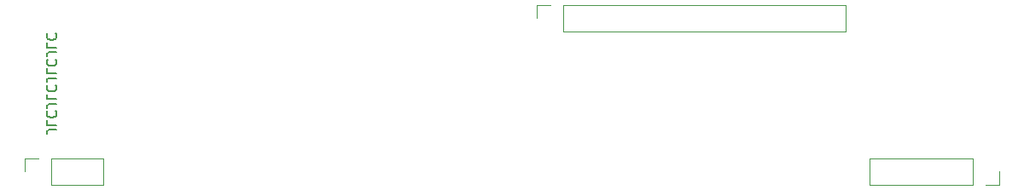
<source format=gbr>
%TF.GenerationSoftware,KiCad,Pcbnew,(6.0.0-0)*%
%TF.CreationDate,2022-07-05T22:02:20-04:00*%
%TF.ProjectId,Comparator,436f6d70-6172-4617-946f-722e6b696361,rev?*%
%TF.SameCoordinates,Original*%
%TF.FileFunction,Legend,Bot*%
%TF.FilePolarity,Positive*%
%FSLAX46Y46*%
G04 Gerber Fmt 4.6, Leading zero omitted, Abs format (unit mm)*
G04 Created by KiCad (PCBNEW (6.0.0-0)) date 2022-07-05 22:02:20*
%MOMM*%
%LPD*%
G01*
G04 APERTURE LIST*
%ADD10C,0.150000*%
%ADD11C,0.120000*%
G04 APERTURE END LIST*
D10*
X110529619Y-100768068D02*
X109815333Y-100768068D01*
X109672476Y-100815687D01*
X109577238Y-100910925D01*
X109529619Y-101053782D01*
X109529619Y-101149021D01*
X109529619Y-99815687D02*
X109529619Y-100291878D01*
X110529619Y-100291878D01*
X109624857Y-98910925D02*
X109577238Y-98958544D01*
X109529619Y-99101401D01*
X109529619Y-99196640D01*
X109577238Y-99339497D01*
X109672476Y-99434735D01*
X109767714Y-99482354D01*
X109958190Y-99529973D01*
X110101047Y-99529973D01*
X110291523Y-99482354D01*
X110386761Y-99434735D01*
X110482000Y-99339497D01*
X110529619Y-99196640D01*
X110529619Y-99101401D01*
X110482000Y-98958544D01*
X110434380Y-98910925D01*
X110529619Y-98196640D02*
X109815333Y-98196640D01*
X109672476Y-98244259D01*
X109577238Y-98339497D01*
X109529619Y-98482354D01*
X109529619Y-98577592D01*
X109529619Y-97244259D02*
X109529619Y-97720449D01*
X110529619Y-97720449D01*
X109624857Y-96339497D02*
X109577238Y-96387116D01*
X109529619Y-96529973D01*
X109529619Y-96625211D01*
X109577238Y-96768068D01*
X109672476Y-96863306D01*
X109767714Y-96910925D01*
X109958190Y-96958544D01*
X110101047Y-96958544D01*
X110291523Y-96910925D01*
X110386761Y-96863306D01*
X110482000Y-96768068D01*
X110529619Y-96625211D01*
X110529619Y-96529973D01*
X110482000Y-96387116D01*
X110434380Y-96339497D01*
X110529619Y-95625211D02*
X109815333Y-95625211D01*
X109672476Y-95672830D01*
X109577238Y-95768068D01*
X109529619Y-95910925D01*
X109529619Y-96006163D01*
X109529619Y-94672830D02*
X109529619Y-95149021D01*
X110529619Y-95149021D01*
X109624857Y-93768068D02*
X109577238Y-93815687D01*
X109529619Y-93958544D01*
X109529619Y-94053782D01*
X109577238Y-94196640D01*
X109672476Y-94291878D01*
X109767714Y-94339497D01*
X109958190Y-94387116D01*
X110101047Y-94387116D01*
X110291523Y-94339497D01*
X110386761Y-94291878D01*
X110482000Y-94196640D01*
X110529619Y-94053782D01*
X110529619Y-93958544D01*
X110482000Y-93815687D01*
X110434380Y-93768068D01*
X110529619Y-93053782D02*
X109815333Y-93053782D01*
X109672476Y-93101401D01*
X109577238Y-93196640D01*
X109529619Y-93339497D01*
X109529619Y-93434735D01*
X109529619Y-92101401D02*
X109529619Y-92577592D01*
X110529619Y-92577592D01*
X109624857Y-91196640D02*
X109577238Y-91244259D01*
X109529619Y-91387116D01*
X109529619Y-91482354D01*
X109577238Y-91625211D01*
X109672476Y-91720449D01*
X109767714Y-91768068D01*
X109958190Y-91815687D01*
X110101047Y-91815687D01*
X110291523Y-91768068D01*
X110386761Y-91720449D01*
X110482000Y-91625211D01*
X110529619Y-91482354D01*
X110529619Y-91387116D01*
X110482000Y-91244259D01*
X110434380Y-91196640D01*
D11*
%TO.C,J8*%
X201427000Y-106232000D02*
X191207000Y-106232000D01*
X201427000Y-106232000D02*
X201427000Y-103572000D01*
X204027000Y-106232000D02*
X204027000Y-104902000D01*
X202697000Y-106232000D02*
X204027000Y-106232000D01*
X201427000Y-103572000D02*
X191207000Y-103572000D01*
X191207000Y-106232000D02*
X191207000Y-103572000D01*
%TO.C,J29*%
X107382000Y-103572000D02*
X107382000Y-104902000D01*
X109982000Y-103572000D02*
X115122000Y-103572000D01*
X115122000Y-103572000D02*
X115122000Y-106232000D01*
X108712000Y-103572000D02*
X107382000Y-103572000D01*
X109982000Y-106232000D02*
X115122000Y-106232000D01*
X109982000Y-103572000D02*
X109982000Y-106232000D01*
%TO.C,J7*%
X188767000Y-88332000D02*
X188767000Y-90992000D01*
X159497000Y-88332000D02*
X158167000Y-88332000D01*
X160767000Y-88332000D02*
X160767000Y-90992000D01*
X158167000Y-88332000D02*
X158167000Y-89662000D01*
X160767000Y-90992000D02*
X188767000Y-90992000D01*
X160767000Y-88332000D02*
X188767000Y-88332000D01*
%TD*%
M02*

</source>
